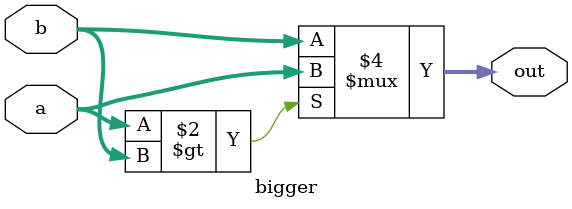
<source format=v>
`timescale 1ns / 1ps


module bigger(out,a,b);
input [2:0]a;
input [2:0]b;
output reg [2:0]out;
always@(*)
    begin
        if(a>b)
        out<=a;
        else    
        out<=b;
    end
endmodule

</source>
